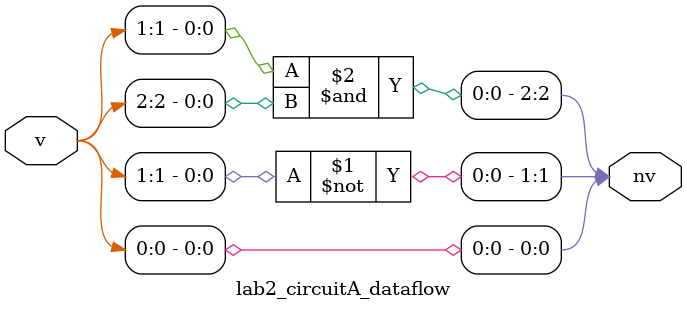
<source format=v>
`timescale 1ns / 1ps


module lab2_circuitA_dataflow(
    input [2:0] v,
    output [2:0] nv
    );
    assign nv[0] = v[0];
    assign nv[1] = ~v[1];
    assign nv[2] = v[1] & v[2];
endmodule

</source>
